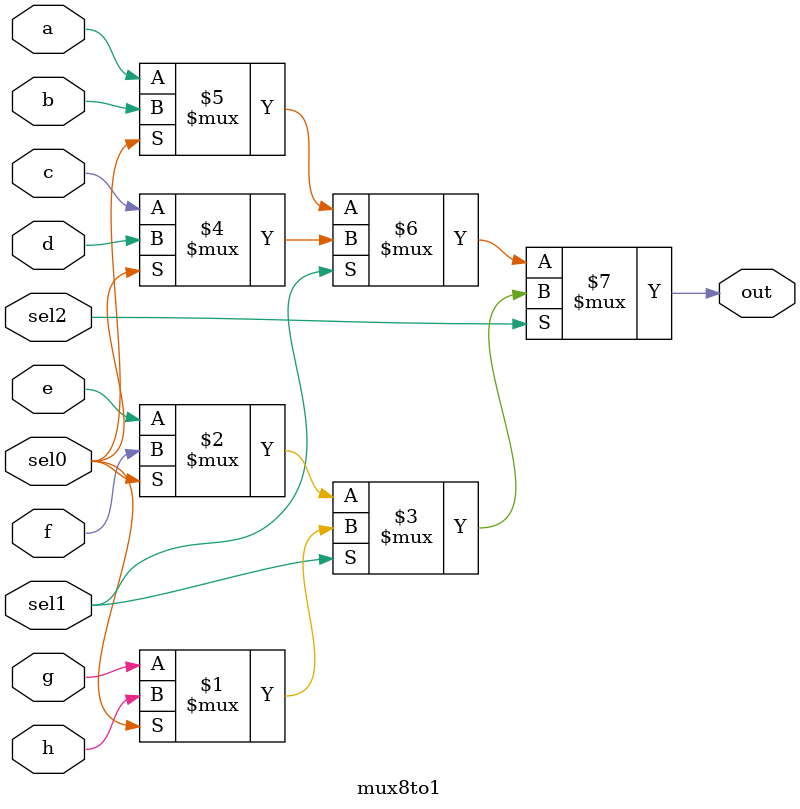
<source format=v>

module mux8to1(
  input a,
  input b,
  input c,
  input d,
  input e,
  input f,
  input g,
  input h,
  input sel0,
  input sel1,
  input sel2,
  output out
);
  assign out = sel2
                ? (sel1
                  ? (sel0
                    ? h
                    : g)
                  : (sel0
                    ? f
                    : e)
                  )
                : (sel1
                  ? (sel0
                    ? d
                    : c)
                  : (sel0
                    ? b
                    : a)
                  );
endmodule

</source>
